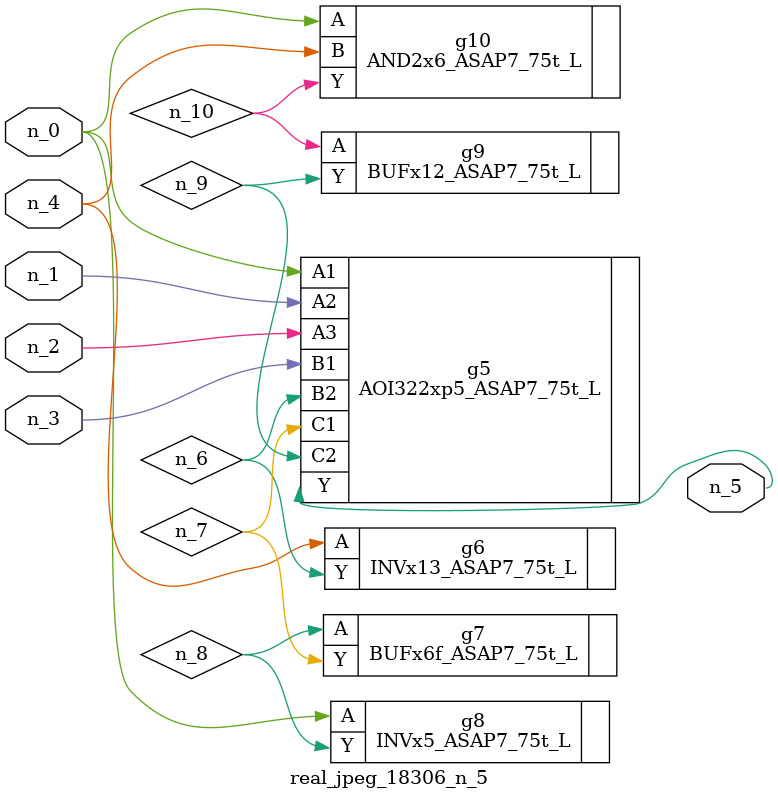
<source format=v>
module real_jpeg_18306_n_5 (n_4, n_0, n_1, n_2, n_3, n_5);

input n_4;
input n_0;
input n_1;
input n_2;
input n_3;

output n_5;

wire n_8;
wire n_6;
wire n_7;
wire n_10;
wire n_9;

AOI322xp5_ASAP7_75t_L g5 ( 
.A1(n_0),
.A2(n_1),
.A3(n_2),
.B1(n_3),
.B2(n_6),
.C1(n_7),
.C2(n_9),
.Y(n_5)
);

INVx5_ASAP7_75t_L g8 ( 
.A(n_0),
.Y(n_8)
);

AND2x6_ASAP7_75t_L g10 ( 
.A(n_0),
.B(n_4),
.Y(n_10)
);

INVx13_ASAP7_75t_L g6 ( 
.A(n_4),
.Y(n_6)
);

BUFx6f_ASAP7_75t_L g7 ( 
.A(n_8),
.Y(n_7)
);

BUFx12_ASAP7_75t_L g9 ( 
.A(n_10),
.Y(n_9)
);


endmodule
</source>
